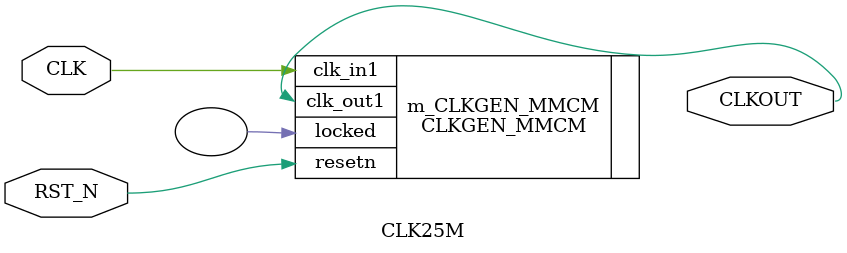
<source format=v>

`timescale  1ns/1ps

module CLK25M(
    // 
    input   wire                            CLK,
    input   wire                            RST_N,
    output  wire                            CLKOUT
);

    CLKGEN_MMCM     m_CLKGEN_MMCM ( .clk_in1(CLK), .resetn(RST_N), .clk_out1(CLKOUT), .locked() );

endmodule

</source>
